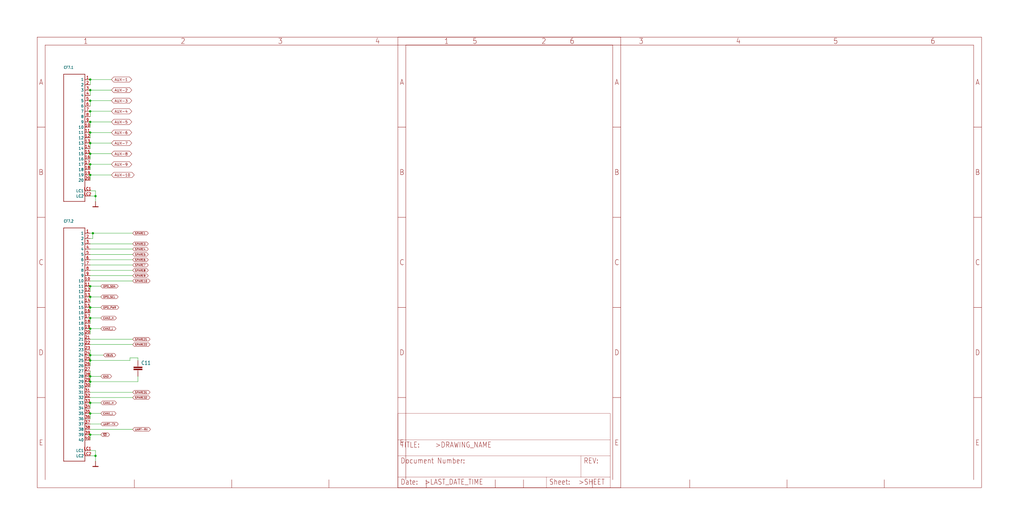
<source format=kicad_sch>
(kicad_sch (version 20211123) (generator eeschema)
  (paper "User" 490.22 254.406)
  (lib_symbols
    (symbol "oresat-backplane-1u-eagle-import:C-EU1206-B"
      (property "Reference" "C" (at 1.524 0.381 0))
      (property "Value" "C-EU1206-B" (at 1.524 -4.699 0))
      (symbol "C-EU1206-B_1_0"
        (rectangle (start -2.032 -2.032) (end 2.032 -1.524) (fill (type outline)))
        (rectangle (start -2.032 -1.016) (end 2.032 -0.508) (fill (type outline)))
        (polyline (pts (xy 0 -2.54) (xy 0 -2.032)) (stroke (width 0.1524)))
        (polyline (pts (xy 0 0) (xy 0 -0.508)) (stroke (width 0.1524)))
        (pin passive line (at 0 2.54 270) (length 2.54) (name "1") (number "1"))
        (pin passive line (at 0 -5.08 90) (length 2.54) (name "2") (number "2"))
      )
    )
    (symbol "oresat-backplane-1u-eagle-import:FRAME_A_L"
      (symbol "FRAME_A_L_0_0"
        (polyline (pts (xy 0 43.18) (xy 3.81 43.18)))
        (polyline (pts (xy 0 86.36) (xy 3.81 86.36)))
        (polyline (pts (xy 0 129.54) (xy 3.81 129.54)))
        (polyline (pts (xy 0 172.72) (xy 3.81 172.72)))
        (polyline (pts (xy 3.81 3.81) (xy 3.81 212.09)))
        (polyline (pts (xy 46.5667 0) (xy 46.5667 3.81)))
        (polyline (pts (xy 93.1333 0) (xy 93.1333 3.81)))
        (polyline (pts (xy 139.7 0) (xy 139.7 3.81)))
        (polyline (pts (xy 186.2667 0) (xy 186.2667 3.81)))
        (polyline (pts (xy 232.8333 0) (xy 232.8333 3.81)))
        (polyline (pts (xy 275.59 3.81) (xy 275.59 212.09)))
        (polyline (pts (xy 275.59 43.18) (xy 279.4 43.18)))
        (polyline (pts (xy 275.59 86.36) (xy 279.4 86.36)))
        (polyline (pts (xy 275.59 129.54) (xy 279.4 129.54)))
        (polyline (pts (xy 275.59 172.72) (xy 279.4 172.72)))
        (polyline (pts (xy 275.59 212.09) (xy 3.81 212.09)))
        (polyline (pts (xy 0 0) (xy 279.4 0) (xy 279.4 215.9) (xy 0 215.9) (xy 0 0)))
        (text "1" (at 23.2833 213.995 0) (effects (font (size 2.54 2.286))))
        (text "2" (at 69.85 213.995 0) (effects (font (size 2.54 2.286))))
        (text "3" (at 116.4167 213.995 0) (effects (font (size 2.54 2.286))))
        (text "4" (at 162.9833 213.995 0) (effects (font (size 2.54 2.286))))
        (text "5" (at 209.55 213.995 0) (effects (font (size 2.54 2.286))))
        (text "6" (at 256.1167 213.995 0) (effects (font (size 2.54 2.286))))
        (text "A" (at 1.905 194.31 0) (effects (font (size 2.54 2.286))))
        (text "A" (at 277.495 194.31 0) (effects (font (size 2.54 2.286))))
        (text "B" (at 1.905 151.13 0) (effects (font (size 2.54 2.286))))
        (text "B" (at 277.495 151.13 0) (effects (font (size 2.54 2.286))))
        (text "C" (at 1.905 107.95 0) (effects (font (size 2.54 2.286))))
        (text "C" (at 277.495 107.95 0) (effects (font (size 2.54 2.286))))
        (text "D" (at 1.905 64.77 0) (effects (font (size 2.54 2.286))))
        (text "D" (at 277.495 64.77 0) (effects (font (size 2.54 2.286))))
        (text "E" (at 1.905 21.59 0) (effects (font (size 2.54 2.286))))
        (text "E" (at 277.495 21.59 0) (effects (font (size 2.54 2.286))))
      )
      (symbol "FRAME_A_L_2_0"
        (polyline (pts (xy 0 0) (xy 0 5.08)) (stroke (width 0.1016)))
        (polyline (pts (xy 0 0) (xy 71.12 0)) (stroke (width 0.1016)))
        (polyline (pts (xy 0 5.08) (xy 0 15.24)) (stroke (width 0.1016)))
        (polyline (pts (xy 0 5.08) (xy 71.12 5.08)) (stroke (width 0.1016)))
        (polyline (pts (xy 0 15.24) (xy 0 22.86)) (stroke (width 0.1016)))
        (polyline (pts (xy 0 22.86) (xy 0 35.56)) (stroke (width 0.1016)))
        (polyline (pts (xy 0 22.86) (xy 101.6 22.86)) (stroke (width 0.1016)))
        (polyline (pts (xy 71.12 0) (xy 101.6 0)) (stroke (width 0.1016)))
        (polyline (pts (xy 71.12 5.08) (xy 71.12 0)) (stroke (width 0.1016)))
        (polyline (pts (xy 71.12 5.08) (xy 87.63 5.08)) (stroke (width 0.1016)))
        (polyline (pts (xy 87.63 5.08) (xy 101.6 5.08)) (stroke (width 0.1016)))
        (polyline (pts (xy 87.63 15.24) (xy 0 15.24)) (stroke (width 0.1016)))
        (polyline (pts (xy 87.63 15.24) (xy 87.63 5.08)) (stroke (width 0.1016)))
        (polyline (pts (xy 101.6 5.08) (xy 101.6 0)) (stroke (width 0.1016)))
        (polyline (pts (xy 101.6 15.24) (xy 87.63 15.24)) (stroke (width 0.1016)))
        (polyline (pts (xy 101.6 15.24) (xy 101.6 5.08)) (stroke (width 0.1016)))
        (polyline (pts (xy 101.6 22.86) (xy 101.6 15.24)) (stroke (width 0.1016)))
        (polyline (pts (xy 101.6 35.56) (xy 0 35.56)) (stroke (width 0.1016)))
        (polyline (pts (xy 101.6 35.56) (xy 101.6 22.86)) (stroke (width 0.1016)))
        (text ">DRAWING_NAME" (at 17.78 19.05 0) (effects (font (size 2.54 2.159)) (justify left bottom)))
        (text ">LAST_DATE_TIME" (at 12.7 1.27 0) (effects (font (size 2.54 2.159)) (justify left bottom)))
        (text ">SHEET" (at 86.36 1.27 0) (effects (font (size 2.54 2.159)) (justify left bottom)))
        (text "Date:" (at 1.27 1.27 0) (effects (font (size 2.54 2.159)) (justify left bottom)))
        (text "Document Number:" (at 1.27 11.43 0) (effects (font (size 2.54 2.159)) (justify left bottom)))
        (text "REV:" (at 88.9 11.43 0) (effects (font (size 2.54 2.159)) (justify left bottom)))
        (text "Sheet:" (at 72.39 1.27 0) (effects (font (size 2.54 2.159)) (justify left bottom)))
        (text "TITLE:" (at 1.27 19.05 0) (effects (font (size 2.54 2.159)) (justify left bottom)))
      )
    )
    (symbol "oresat-backplane-1u-eagle-import:GND" (power)
      (symbol "GND_1_0"
        (polyline (pts (xy -1.27 -2.54) (xy 1.27 -2.54)) (stroke (width 0.4064)))
        (pin power_in line (at 0 0 270) (length 2.54) (name "GND") (number "1"))
      )
    )
    (symbol "oresat-backplane-1u-eagle-import:SFM-110-X1-XXX-D-LC"
      (property "Reference" "CF" (at -2.54 33.02 0))
      (property "Value" "SFM-110-X1-XXX-D-LC" (at -2.54 31.75 0))
      (symbol "SFM-110-X1-XXX-D-LC_1_0"
        (polyline (pts (xy -2.54 -30.48) (xy -2.54 30.48)) (stroke (width 0.254)))
        (polyline (pts (xy -2.54 30.48) (xy 7.62 30.48)) (stroke (width 0.254)))
        (polyline (pts (xy 7.62 -30.48) (xy -2.54 -30.48)) (stroke (width 0.254)))
        (polyline (pts (xy 7.62 30.48) (xy 7.62 -30.48)) (stroke (width 0.254)))
        (pin passive line (at 10.16 27.94 180) (length 2.54) (name "1") (number "1"))
        (pin passive line (at 10.16 5.08 180) (length 2.54) (name "10") (number "10"))
        (pin passive line (at 10.16 2.54 180) (length 2.54) (name "11") (number "11"))
        (pin passive line (at 10.16 0 180) (length 2.54) (name "12") (number "12"))
        (pin passive line (at 10.16 -2.54 180) (length 2.54) (name "13") (number "13"))
        (pin passive line (at 10.16 -5.08 180) (length 2.54) (name "14") (number "14"))
        (pin passive line (at 10.16 -7.62 180) (length 2.54) (name "15") (number "15"))
        (pin passive line (at 10.16 -10.16 180) (length 2.54) (name "16") (number "16"))
        (pin passive line (at 10.16 -12.7 180) (length 2.54) (name "17") (number "17"))
        (pin passive line (at 10.16 -15.24 180) (length 2.54) (name "18") (number "18"))
        (pin passive line (at 10.16 -17.78 180) (length 2.54) (name "19") (number "19"))
        (pin passive line (at 10.16 25.4 180) (length 2.54) (name "2") (number "2"))
        (pin passive line (at 10.16 -20.32 180) (length 2.54) (name "20") (number "20"))
        (pin passive line (at 10.16 22.86 180) (length 2.54) (name "3") (number "3"))
        (pin passive line (at 10.16 20.32 180) (length 2.54) (name "4") (number "4"))
        (pin passive line (at 10.16 17.78 180) (length 2.54) (name "5") (number "5"))
        (pin passive line (at 10.16 15.24 180) (length 2.54) (name "6") (number "6"))
        (pin passive line (at 10.16 12.7 180) (length 2.54) (name "7") (number "7"))
        (pin passive line (at 10.16 10.16 180) (length 2.54) (name "8") (number "8"))
        (pin passive line (at 10.16 7.62 180) (length 2.54) (name "9") (number "9"))
        (pin passive line (at 10.16 -25.4 180) (length 2.54) (name "LC1") (number "LC1"))
        (pin passive line (at 10.16 -27.94 180) (length 2.54) (name "LC2") (number "LC2"))
      )
    )
    (symbol "oresat-backplane-1u-eagle-import:SFM-120-X1-XXX-D"
      (property "Reference" "J" (at -2.54 50.8 0))
      (property "Value" "SFM-120-X1-XXX-D" (at -2.54 49.53 0))
      (symbol "SFM-120-X1-XXX-D_1_0"
        (polyline (pts (xy -2.54 -63.5) (xy -2.54 48.26)) (stroke (width 0.254)))
        (polyline (pts (xy -2.54 48.26) (xy 7.62 48.26)) (stroke (width 0.254)))
        (polyline (pts (xy 7.62 -63.5) (xy -2.54 -63.5)) (stroke (width 0.254)))
        (polyline (pts (xy 7.62 48.26) (xy 7.62 -63.5)) (stroke (width 0.254)))
        (pin passive line (at 10.16 45.72 180) (length 2.54) (name "1") (number "1"))
        (pin passive line (at 10.16 22.86 180) (length 2.54) (name "10") (number "10"))
        (pin passive line (at 10.16 20.32 180) (length 2.54) (name "11") (number "11"))
        (pin passive line (at 10.16 17.78 180) (length 2.54) (name "12") (number "12"))
        (pin passive line (at 10.16 15.24 180) (length 2.54) (name "13") (number "13"))
        (pin passive line (at 10.16 12.7 180) (length 2.54) (name "14") (number "14"))
        (pin passive line (at 10.16 10.16 180) (length 2.54) (name "15") (number "15"))
        (pin passive line (at 10.16 7.62 180) (length 2.54) (name "16") (number "16"))
        (pin passive line (at 10.16 5.08 180) (length 2.54) (name "17") (number "17"))
        (pin passive line (at 10.16 2.54 180) (length 2.54) (name "18") (number "18"))
        (pin passive line (at 10.16 0 180) (length 2.54) (name "19") (number "19"))
        (pin passive line (at 10.16 43.18 180) (length 2.54) (name "2") (number "2"))
        (pin passive line (at 10.16 -2.54 180) (length 2.54) (name "20") (number "20"))
        (pin passive line (at 10.16 -5.08 180) (length 2.54) (name "21") (number "21"))
        (pin passive line (at 10.16 -7.62 180) (length 2.54) (name "22") (number "22"))
        (pin passive line (at 10.16 -10.16 180) (length 2.54) (name "23") (number "23"))
        (pin passive line (at 10.16 -12.7 180) (length 2.54) (name "24") (number "24"))
        (pin passive line (at 10.16 -15.24 180) (length 2.54) (name "25") (number "25"))
        (pin passive line (at 10.16 -17.78 180) (length 2.54) (name "26") (number "26"))
        (pin passive line (at 10.16 -20.32 180) (length 2.54) (name "27") (number "27"))
        (pin passive line (at 10.16 -22.86 180) (length 2.54) (name "28") (number "28"))
        (pin passive line (at 10.16 -25.4 180) (length 2.54) (name "29") (number "29"))
        (pin passive line (at 10.16 40.64 180) (length 2.54) (name "3") (number "3"))
        (pin passive line (at 10.16 -27.94 180) (length 2.54) (name "30") (number "30"))
        (pin passive line (at 10.16 -30.48 180) (length 2.54) (name "31") (number "31"))
        (pin passive line (at 10.16 -33.02 180) (length 2.54) (name "32") (number "32"))
        (pin passive line (at 10.16 -35.56 180) (length 2.54) (name "33") (number "33"))
        (pin passive line (at 10.16 -38.1 180) (length 2.54) (name "34") (number "34"))
        (pin passive line (at 10.16 -40.64 180) (length 2.54) (name "35") (number "35"))
        (pin passive line (at 10.16 -43.18 180) (length 2.54) (name "36") (number "36"))
        (pin passive line (at 10.16 -45.72 180) (length 2.54) (name "37") (number "37"))
        (pin passive line (at 10.16 -48.26 180) (length 2.54) (name "38") (number "38"))
        (pin passive line (at 10.16 -50.8 180) (length 2.54) (name "39") (number "39"))
        (pin passive line (at 10.16 38.1 180) (length 2.54) (name "4") (number "4"))
        (pin passive line (at 10.16 -53.34 180) (length 2.54) (name "40") (number "40"))
        (pin passive line (at 10.16 35.56 180) (length 2.54) (name "5") (number "5"))
        (pin passive line (at 10.16 33.02 180) (length 2.54) (name "6") (number "6"))
        (pin passive line (at 10.16 30.48 180) (length 2.54) (name "7") (number "7"))
        (pin passive line (at 10.16 27.94 180) (length 2.54) (name "8") (number "8"))
        (pin passive line (at 10.16 25.4 180) (length 2.54) (name "9") (number "9"))
        (pin passive line (at 10.16 -58.42 180) (length 2.54) (name "LC1") (number "LC1"))
        (pin passive line (at 10.16 -60.96 180) (length 2.54) (name "LC2") (number "LC2"))
      )
    )
  )
  (junction (at 43.18 68.58))
  (junction (at 43.18 142.24))
  (junction (at 43.18 152.4))
  (junction (at 44.45 111.76))
  (junction (at 43.18 182.88))
  (junction (at 43.18 48.26))
  (junction (at 43.18 193.04))
  (junction (at 43.18 43.18))
  (junction (at 43.18 180.34))
  (junction (at 43.18 198.12))
  (junction (at 43.18 172.72))
  (junction (at 43.18 147.32))
  (junction (at 43.18 78.74))
  (junction (at 43.18 58.42))
  (junction (at 43.18 208.28))
  (junction (at 43.18 73.66))
  (junction (at 45.72 218.44))
  (junction (at 43.18 53.34))
  (junction (at 45.72 93.98))
  (junction (at 43.18 170.18))
  (junction (at 43.18 63.5))
  (junction (at 43.18 137.16))
  (junction (at 43.18 157.48))
  (junction (at 43.18 83.82))
  (junction (at 43.18 38.1))
  (wire (pts (xy 43.18 165.1) (xy 63.5 165.1)))
  (wire (pts (xy 45.72 93.98) (xy 45.72 91.44)))
  (wire (pts (xy 43.18 43.18) (xy 53.34 43.18)))
  (wire (pts (xy 43.18 147.32) (xy 48.26 147.32)))
  (wire (pts (xy 43.18 53.34) (xy 43.18 55.88)))
  (wire (pts (xy 45.72 215.9) (xy 45.72 218.44)))
  (wire (pts (xy 48.26 208.28) (xy 43.18 208.28)))
  (wire (pts (xy 49.53 170.18) (xy 43.18 170.18)))
  (wire (pts (xy 45.72 91.44) (xy 43.18 91.44)))
  (wire (pts (xy 43.18 43.18) (xy 43.18 45.72)))
  (wire (pts (xy 43.18 190.5) (xy 63.5 190.5)))
  (wire (pts (xy 43.18 68.58) (xy 53.34 68.58)))
  (wire (pts (xy 43.18 114.3) (xy 44.45 114.3)))
  (wire (pts (xy 43.18 172.72) (xy 43.18 175.26)))
  (wire (pts (xy 43.18 152.4) (xy 48.26 152.4)))
  (wire (pts (xy 43.18 63.5) (xy 43.18 66.04)))
  (wire (pts (xy 43.18 73.66) (xy 43.18 76.2)))
  (wire (pts (xy 43.18 48.26) (xy 53.34 48.26)))
  (wire (pts (xy 66.04 180.34) (xy 66.04 182.88)))
  (wire (pts (xy 43.18 170.18) (xy 43.18 172.72)))
  (wire (pts (xy 43.18 38.1) (xy 43.18 40.64)))
  (wire (pts (xy 43.18 208.28) (xy 43.18 210.82)))
  (wire (pts (xy 43.18 78.74) (xy 53.34 78.74)))
  (wire (pts (xy 43.18 78.74) (xy 43.18 81.28)))
  (wire (pts (xy 43.18 132.08) (xy 63.5 132.08)))
  (wire (pts (xy 44.45 111.76) (xy 63.5 111.76)))
  (wire (pts (xy 43.18 63.5) (xy 53.34 63.5)))
  (wire (pts (xy 43.18 154.94) (xy 43.18 152.4)))
  (wire (pts (xy 43.18 157.48) (xy 43.18 160.02)))
  (wire (pts (xy 45.72 93.98) (xy 43.18 93.98)))
  (wire (pts (xy 43.18 180.34) (xy 43.18 182.88)))
  (wire (pts (xy 43.18 172.72) (xy 62.23 172.72)))
  (wire (pts (xy 43.18 83.82) (xy 43.18 86.36)))
  (wire (pts (xy 62.23 172.72) (xy 62.23 171.45)))
  (wire (pts (xy 43.18 193.04) (xy 43.18 195.58)))
  (wire (pts (xy 43.18 198.12) (xy 43.18 200.66)))
  (wire (pts (xy 43.18 53.34) (xy 53.34 53.34)))
  (wire (pts (xy 43.18 162.56) (xy 63.5 162.56)))
  (wire (pts (xy 48.26 198.12) (xy 43.18 198.12)))
  (wire (pts (xy 43.18 127) (xy 63.5 127)))
  (wire (pts (xy 48.26 193.04) (xy 43.18 193.04)))
  (wire (pts (xy 43.18 83.82) (xy 53.34 83.82)))
  (wire (pts (xy 43.18 157.48) (xy 48.26 157.48)))
  (wire (pts (xy 43.18 73.66) (xy 53.34 73.66)))
  (wire (pts (xy 48.26 180.34) (xy 43.18 180.34)))
  (wire (pts (xy 43.18 205.74) (xy 63.5 205.74)))
  (wire (pts (xy 43.18 68.58) (xy 43.18 71.12)))
  (wire (pts (xy 43.18 203.2) (xy 48.26 203.2)))
  (wire (pts (xy 43.18 187.96) (xy 63.5 187.96)))
  (wire (pts (xy 43.18 124.46) (xy 63.5 124.46)))
  (wire (pts (xy 43.18 167.64) (xy 43.18 170.18)))
  (wire (pts (xy 43.18 177.8) (xy 43.18 180.34)))
  (wire (pts (xy 43.18 137.16) (xy 48.26 137.16)))
  (wire (pts (xy 45.72 218.44) (xy 45.72 220.98)))
  (wire (pts (xy 66.04 182.88) (xy 43.18 182.88)))
  (wire (pts (xy 43.18 111.76) (xy 44.45 111.76)))
  (wire (pts (xy 43.18 38.1) (xy 53.34 38.1)))
  (wire (pts (xy 66.04 171.45) (xy 66.04 172.72)))
  (wire (pts (xy 45.72 96.52) (xy 45.72 93.98)))
  (wire (pts (xy 43.18 215.9) (xy 45.72 215.9)))
  (wire (pts (xy 43.18 116.84) (xy 63.5 116.84)))
  (wire (pts (xy 43.18 137.16) (xy 43.18 139.7)))
  (wire (pts (xy 43.18 134.62) (xy 63.5 134.62)))
  (wire (pts (xy 43.18 119.38) (xy 63.5 119.38)))
  (wire (pts (xy 43.18 129.54) (xy 63.5 129.54)))
  (wire (pts (xy 43.18 121.92) (xy 63.5 121.92)))
  (wire (pts (xy 43.18 142.24) (xy 48.26 142.24)))
  (wire (pts (xy 44.45 114.3) (xy 44.45 111.76)))
  (wire (pts (xy 43.18 142.24) (xy 43.18 144.78)))
  (wire (pts (xy 43.18 58.42) (xy 43.18 60.96)))
  (wire (pts (xy 62.23 171.45) (xy 66.04 171.45)))
  (wire (pts (xy 43.18 147.32) (xy 43.18 149.86)))
  (wire (pts (xy 43.18 218.44) (xy 45.72 218.44)))
  (wire (pts (xy 43.18 48.26) (xy 43.18 50.8)))
  (wire (pts (xy 43.18 182.88) (xy 43.18 185.42)))
  (wire (pts (xy 43.18 58.42) (xy 53.34 58.42)))
  (global_label "~{SD}" (shape bidirectional) (at 48.26 208.28 0) (effects (font (size 0.889 0.889))) (property "Intersheet References" "${INTERSHEET_REFS}" (effects hide)))
  (global_label "CAN1_H" (shape bidirectional) (at 48.26 193.04 0) (effects (font (size 0.889 0.889))) (property "Intersheet References" "${INTERSHEET_REFS}" (effects hide)))
  (global_label "AUX-8" (shape bidirectional) (at 53.34 73.66 0) (effects (font (size 1.2446 1.2446))) (property "Intersheet References" "${INTERSHEET_REFS}" (effects hide)))
  (global_label "AUX-6" (shape bidirectional) (at 53.34 63.5 0) (effects (font (size 1.2446 1.2446))) (property "Intersheet References" "${INTERSHEET_REFS}" (effects hide)))
  (global_label "UART-RX" (shape bidirectional) (at 63.5 205.74 0) (effects (font (size 0.889 0.889))) (property "Intersheet References" "${INTERSHEET_REFS}" (effects hide)))
  (global_label "AUX-1" (shape bidirectional) (at 53.34 38.1 0) (effects (font (size 1.2446 1.2446))) (property "Intersheet References" "${INTERSHEET_REFS}" (effects hide)))
  (global_label "SPARE21" (shape bidirectional) (at 63.5 162.56 0) (effects (font (size 0.889 0.889))) (property "Intersheet References" "${INTERSHEET_REFS}" (effects hide)))
  (global_label "SPARE3" (shape bidirectional) (at 63.5 116.84 0) (effects (font (size 0.889 0.889))) (property "Intersheet References" "${INTERSHEET_REFS}" (effects hide)))
  (global_label "SPARE8" (shape bidirectional) (at 63.5 129.54 0) (effects (font (size 0.889 0.889))) (property "Intersheet References" "${INTERSHEET_REFS}" (effects hide)))
  (global_label "GND" (shape bidirectional) (at 48.26 180.34 0) (effects (font (size 0.889 0.889))) (property "Intersheet References" "${INTERSHEET_REFS}" (effects hide)))
  (global_label "SPARE5" (shape bidirectional) (at 63.5 121.92 0) (effects (font (size 0.889 0.889))) (property "Intersheet References" "${INTERSHEET_REFS}" (effects hide)))
  (global_label "SPARE1" (shape bidirectional) (at 63.5 111.76 0) (effects (font (size 0.889 0.889))) (property "Intersheet References" "${INTERSHEET_REFS}" (effects hide)))
  (global_label "OPD_PWR" (shape bidirectional) (at 48.26 147.32 0) (effects (font (size 0.889 0.889))) (property "Intersheet References" "${INTERSHEET_REFS}" (effects hide)))
  (global_label "AUX-4" (shape bidirectional) (at 53.34 53.34 0) (effects (font (size 1.2446 1.2446))) (property "Intersheet References" "${INTERSHEET_REFS}" (effects hide)))
  (global_label "SPARE9" (shape bidirectional) (at 63.5 132.08 0) (effects (font (size 0.889 0.889))) (property "Intersheet References" "${INTERSHEET_REFS}" (effects hide)))
  (global_label "CAN1_L" (shape bidirectional) (at 48.26 198.12 0) (effects (font (size 0.889 0.889))) (property "Intersheet References" "${INTERSHEET_REFS}" (effects hide)))
  (global_label "AUX-7" (shape bidirectional) (at 53.34 68.58 0) (effects (font (size 1.2446 1.2446))) (property "Intersheet References" "${INTERSHEET_REFS}" (effects hide)))
  (global_label "CAN2_H" (shape bidirectional) (at 48.26 152.4 0) (effects (font (size 0.889 0.889))) (property "Intersheet References" "${INTERSHEET_REFS}" (effects hide)))
  (global_label "UART-TX" (shape bidirectional) (at 48.26 203.2 0) (effects (font (size 0.889 0.889))) (property "Intersheet References" "${INTERSHEET_REFS}" (effects hide)))
  (global_label "OPD_SDA" (shape bidirectional) (at 48.26 137.16 0) (effects (font (size 0.889 0.889))) (property "Intersheet References" "${INTERSHEET_REFS}" (effects hide)))
  (global_label "CAN2_L" (shape bidirectional) (at 48.26 157.48 0) (effects (font (size 0.889 0.889))) (property "Intersheet References" "${INTERSHEET_REFS}" (effects hide)))
  (global_label "AUX-2" (shape bidirectional) (at 53.34 43.18 0) (effects (font (size 1.2446 1.2446))) (property "Intersheet References" "${INTERSHEET_REFS}" (effects hide)))
  (global_label "AUX-9" (shape bidirectional) (at 53.34 78.74 0) (effects (font (size 1.2446 1.2446))) (property "Intersheet References" "${INTERSHEET_REFS}" (effects hide)))
  (global_label "SPARE10" (shape bidirectional) (at 63.5 134.62 0) (effects (font (size 0.889 0.889))) (property "Intersheet References" "${INTERSHEET_REFS}" (effects hide)))
  (global_label "AUX-10" (shape bidirectional) (at 53.34 83.82 0) (effects (font (size 1.2446 1.2446))) (property "Intersheet References" "${INTERSHEET_REFS}" (effects hide)))
  (global_label "SPARE22" (shape bidirectional) (at 63.5 165.1 0) (effects (font (size 0.889 0.889))) (property "Intersheet References" "${INTERSHEET_REFS}" (effects hide)))
  (global_label "SPARE31" (shape bidirectional) (at 63.5 187.96 0) (effects (font (size 0.889 0.889))) (property "Intersheet References" "${INTERSHEET_REFS}" (effects hide)))
  (global_label "SPARE7" (shape bidirectional) (at 63.5 127 0) (effects (font (size 0.889 0.889))) (property "Intersheet References" "${INTERSHEET_REFS}" (effects hide)))
  (global_label "OPD_SCL" (shape bidirectional) (at 48.26 142.24 0) (effects (font (size 0.889 0.889))) (property "Intersheet References" "${INTERSHEET_REFS}" (effects hide)))
  (global_label "AUX-3" (shape bidirectional) (at 53.34 48.26 0) (effects (font (size 1.2446 1.2446))) (property "Intersheet References" "${INTERSHEET_REFS}" (effects hide)))
  (global_label "AUX-5" (shape bidirectional) (at 53.34 58.42 0) (effects (font (size 1.2446 1.2446))) (property "Intersheet References" "${INTERSHEET_REFS}" (effects hide)))
  (global_label "SPARE6" (shape bidirectional) (at 63.5 124.46 0) (effects (font (size 0.889 0.889))) (property "Intersheet References" "${INTERSHEET_REFS}" (effects hide)))
  (global_label "VBUS" (shape bidirectional) (at 49.53 170.18 0) (effects (font (size 0.889 0.889))) (property "Intersheet References" "${INTERSHEET_REFS}" (effects hide)))
  (global_label "SPARE4" (shape bidirectional) (at 63.5 119.38 0) (effects (font (size 0.889 0.889))) (property "Intersheet References" "${INTERSHEET_REFS}" (effects hide)))
  (global_label "SPARE32" (shape bidirectional) (at 63.5 190.5 0) (effects (font (size 0.889 0.889))) (property "Intersheet References" "${INTERSHEET_REFS}" (effects hide)))
  (symbol (lib_id "oresat-backplane-1u-eagle-import:SFM-120-X1-XXX-D") (at 33.02 157.48 0) (unit 1)
    (property "Reference" "CF7.2" (at 30.48 106.68 0) (effects (font (size 1.27 1.0795)) (justify left bottom)))
  )
  (symbol (lib_id "oresat-backplane-1u-eagle-import:GND") (at 45.72 96.52 0) (unit 1)
    (property "Reference" "#GND83" (effects hide))
  )
  (symbol (lib_id "oresat-backplane-1u-eagle-import:GND") (at 45.72 220.98 0) (unit 1)
    (property "Reference" "#GND79" (effects hide))
  )
  (symbol (lib_id "oresat-backplane-1u-eagle-import:SFM-110-X1-XXX-D-LC") (at 33.02 66.04 0) (unit 1)
    (property "Reference" "CF7.1" (at 30.48 33.02 0) (effects (font (size 1.27 1.0795)) (justify left bottom)))
  )
  (symbol (lib_id "oresat-backplane-1u-eagle-import:FRAME_A_L") (at 190.5 233.68 0) (unit 2)
    (property "Reference" "#FRAME14" (effects hide))
  )
  (symbol (lib_id "oresat-backplane-1u-eagle-import:FRAME_A_L") (at 17.78 233.68 0) (unit 1)
    (property "Reference" "#FRAME14" (effects hide))
  )
  (symbol (lib_id "oresat-backplane-1u-eagle-import:C-EU1206-B") (at 66.04 175.26 0) (unit 1)
    (property "Reference" "C11" (at 67.564 174.879 0) (effects (font (size 1.778 1.5113)) (justify left bottom)))
  )
)
</source>
